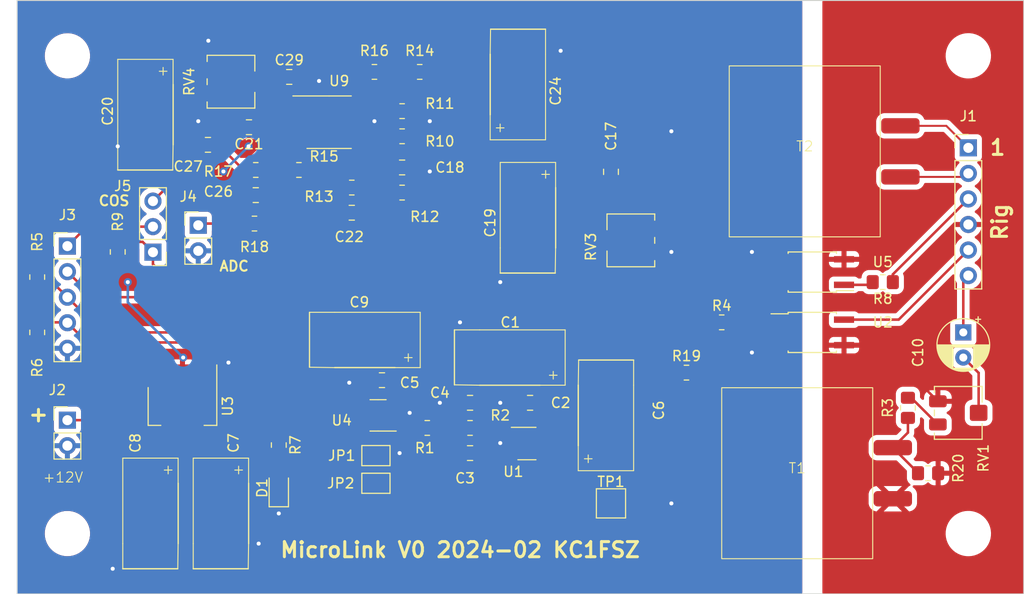
<source format=kicad_pcb>
(kicad_pcb (version 20221018) (generator pcbnew)
  (layers (0 "F.Cu" signal) (31 "B.Cu" signal) (34 "B.Paste" user) (35 "F.Paste" user) (36 "B.SilkS" user "B.Silkscreen") (37 "F.SilkS" user "F.Silkscreen") (38 "B.Mask" user) (39 "F.Mask" user) (44 "Edge.Cuts" user))
  (net 0 "")
  (net 1 "+3.3VA")
  (net 2 "GNDA")
  (net 3 "Net-(C3-Pad1)")
  (net 4 "Net-(U1--)")
  (net 5 "Net-(U1-+)")
  (net 6 "Net-(C6-Pad2)")
  (net 7 "+12V")
  (net 8 "Net-(T1-SA)")
  (net 9 "Net-(C17-Pad1)")
  (net 10 "Net-(U9A-+)")
  (net 11 "Net-(C19-Pad1)")
  (net 12 "Net-(U9A--)")
  (net 13 "Net-(U9C-+)")
  (net 14 "Net-(C24-Pad1)")
  (net 15 "Net-(C26-Pad1)")
  (net 16 "Net-(U9B--)")
  (net 17 "Net-(U9B-+)")
  (net 18 "Net-(U9D--)")
  (net 19 "Net-(D1-A)")
  (net 20 "RIG_GND")
  (net 21 "RIG_AF_IN")
  (net 22 "RIG_PTT")
  (net 23 "RIG_COS")
  (net 24 "IC20_SDA")
  (net 25 "IC20_SCL")
  (net 26 "GPIO_COS")
  (net 27 "GPIO_PTT")
  (net 28 "ADC0")
  (net 29 "Net-(JP1-B)")
  (net 30 "Net-(U4-VOUT)")
  (net 31 "Net-(R3-Pad2)")
  (net 32 "Net-(R4-Pad2)")
  (net 33 "Net-(R8-Pad2)")
  (net 34 "Net-(U9C--)")
  (net 35 "Net-(U9D-+)")
  (net 36 "Net-(T1-AA)")
  (net 37 "Net-(T2-AB)")
  (net 38 "Net-(C10-Pad2)")
  (net 39 "RIG_AF_OUT+")
  (net 40 "RIG_AF_OUT-")
  (net 41 "Net-(J5-Pin_1)")
  (net 42 "Net-(J5-Pin_3)")
  (footprint "Resistor_SMD:R_0805_2012Metric_Pad1.20x1.40mm_HandSolder" (layer "F.Cu") (at 152 81 90)
    (fp_text reference "R6")
    (fp_text value "10k")
  )
  (footprint "Connector_PinHeader_2.54mm:PinHeader_1x02_P2.54mm_Vertical" (layer "F.Cu") (at 168 70.35)
    (fp_text reference "J4")
    (fp_text value "ADC Connector")
  )
  (footprint "Resistor_SMD:R_0805_2012Metric_Pad1.20x1.40mm_HandSolder" (layer "F.Cu") (at 185.5 55.1 180)
    (fp_text reference "R16")
    (fp_text value "22k")
  )
  (footprint "KiCad-Library:CAP_KEMET_530_530" (layer "F.Cu") (at 184.55 81.5 180)
    (fp_text reference "C9")
    (fp_text value "10u")
  )
  (footprint "Capacitor_THT:CP_Radial_D5.0mm_P2.50mm" (layer "F.Cu") (at 244 81 -90)
    (fp_text reference "C10")
    (fp_text value "47u (Optional DC Block)")
  )
  (footprint "Resistor_SMD:R_0805_2012Metric_Pad1.20x1.40mm_HandSolder" (layer "F.Cu") (at 236 76 180)
    (fp_text reference "R8")
    (fp_text value "0R")
  )
  (footprint "Connector_PinHeader_2.54mm:PinHeader_1x06_P2.54mm_Vertical" (layer "F.Cu") (at 244.5 62.65)
    (fp_text reference "J1")
    (fp_text value "Conn_01x06")
  )
  (footprint "Resistor_SMD:R_0805_2012Metric_Pad1.20x1.40mm_HandSolder" (layer "F.Cu") (at 240.5 95)
    (fp_text reference "R20")
    (fp_text value "570")
  )
  (footprint "Resistor_SMD:R_0805_2012Metric_Pad1.20x1.40mm_HandSolder" (layer "F.Cu") (at 152 75.5 -90)
    (fp_text reference "R5")
    (fp_text value "10k")
  )
  (footprint "KiCad-Library:CAP_KEMET_530_530" (layer "F.Cu") (at 208.75 89.25 90)
    (fp_text reference "C6")
    (fp_text value "100u")
  )
  (footprint "TestPoint:TestPoint_Pad_2.5x2.5mm" (layer "F.Cu") (at 209 98)
    (fp_text reference "TP1")
    (fp_text value "AF Out")
  )
  (footprint "Resistor_SMD:R_0805_2012Metric_Pad1.20x1.40mm_HandSolder" (layer "F.Cu") (at 178 64.85)
    (fp_text reference "R15")
    (fp_text value "1.5k")
  )
  (footprint "Resistor_SMD:R_0805_2012Metric_Pad1.20x1.40mm_HandSolder" (layer "F.Cu") (at 190 55.1 180)
    (fp_text reference "R14")
    (fp_text value "2.2k")
  )
  (footprint "Capacitor_SMD:C_0805_2012Metric_Pad1.18x1.45mm_HandSolder" (layer "F.Cu") (at 195 93)
    (fp_text reference "C3")
    (fp_text value "22n")
  )
  (footprint "Resistor_SMD:R_0805_2012Metric_Pad1.20x1.40mm_HandSolder" (layer "F.Cu") (at 188.25 67.1 180)
    (fp_text reference "R12")
    (fp_text value "2.2k")
  )
  (footprint "Capacitor_SMD:C_0805_2012Metric_Pad1.18x1.45mm_HandSolder" (layer "F.Cu") (at 173.0375 60.6 180)
    (fp_text reference "C21")
    (fp_text value "0.1u")
  )
  (footprint "Package_SO:TSSOP-14_4.4x5mm_P0.65mm" (layer "F.Cu") (at 181 60.1)
    (fp_text reference "U9")
    (fp_text value "LMV324")
  )
  (footprint "Capacitor_SMD:C_0805_2012Metric_Pad1.18x1.45mm_HandSolder" (layer "F.Cu") (at 177.0375 55.6)
    (fp_text reference "C29")
    (fp_text value "0.1u")
  )
  (footprint "Resistor_SMD:R_0805_2012Metric_Pad1.20x1.40mm_HandSolder" (layer "F.Cu") (at 190.75 90.5 180)
    (fp_text reference "R1")
    (fp_text value "1.5k")
  )
  (footprint "MountingHole:MountingHole_4mm" (layer "F.Cu") (at 155 53.5)
    (fp_text reference "H3" hide)
    (fp_text value "MountingHole")
  )
  (footprint "Capacitor_SMD:C_0805_2012Metric_Pad1.18x1.45mm_HandSolder" (layer "F.Cu") (at 168.9625 62.35 180)
    (fp_text reference "C27")
    (fp_text value "10n")
  )
  (footprint "Capacitor_SMD:C_0805_2012Metric_Pad1.18x1.45mm_HandSolder" (layer "F.Cu") (at 209 65.0375 90)
    (fp_text reference "C17")
    (fp_text value "1u")
  )
  (footprint "MountingHole:MountingHole_4mm" (layer "F.Cu") (at 244.5 53.5)
    (fp_text reference "H2" hide)
    (fp_text value "MountingHole")
  )
  (footprint "Resistor_SMD:R_0805_2012Metric_Pad1.20x1.40mm_HandSolder" (layer "F.Cu") (at 188.25 61.5 180)
    (fp_text reference "R10")
    (fp_text value "270k")
  )
  (footprint "Connector_PinHeader_2.54mm:PinHeader_1x03_P2.54mm_Vertical" (layer "F.Cu") (at 163.5 73.025 180)
    (fp_text reference "J5")
    (fp_text value "Conn_01x03")
  )
  (footprint "KiCad-Library:CheapAudioTransformer" (layer "F.Cu") (at 227.5 95)
    (fp_text reference "T1")
    (fp_text value "Transformer_1P_1S")
  )
  (footprint "Resistor_SMD:R_0805_2012Metric_Pad1.20x1.40mm_HandSolder" (layer "F.Cu") (at 173.584 70.179 180)
    (fp_text reference "R18")
    (fp_text value "0R")
  )
  (footprint "MountingHole:MountingHole_4mm" (layer "F.Cu") (at 155 101)
    (fp_text reference "H4" hide)
    (fp_text value "MountingHole")
  )
  (footprint "Capacitor_SMD:C_0805_2012Metric_Pad1.18x1.45mm_HandSolder" (layer "F.Cu") (at 186.25 85.75 180)
    (fp_text reference "C5")
    (fp_text value "0.1u")
  )
  (footprint "Package_SO:SO-4_4.4x3.6mm_P2.54mm" (layer "F.Cu") (at 229 81)
    (fp_text reference "U2")
    (fp_text value "LTV-356T")
  )
  (footprint "MountingHole:MountingHole_4mm" (layer "F.Cu") (at 244.5 101)
    (fp_text reference "H1" hide)
    (fp_text value "MountingHole")
  )
  (footprint "Package_TO_SOT_SMD:SOT-23-5_HandSoldering" (layer "F.Cu") (at 200.65 92.05)
    (fp_text reference "U1")
    (fp_text value "LMV321")
  )
  (footprint "Resistor_SMD:R_0805_2012Metric_Pad1.20x1.40mm_HandSolder" (layer "F.Cu") (at 183.25 66.6 180)
    (fp_text reference "R13")
    (fp_text value "2.2k")
  )
  (footprint "LED_SMD:LED_0805_2012Metric_Pad1.15x1.40mm_HandSolder" (layer "F.Cu") (at 176 96.475 90)
    (fp_text reference "D1")
    (fp_text value "LED")
  )
  (footprint "Connector_PinHeader_2.54mm:PinHeader_1x05_P2.54mm_Vertical" (layer "F.Cu") (at 155 72.42)
    (fp_text reference "J3")
    (fp_text value "Digital Connector")
  )
  (footprint "Resistor_SMD:R_0805_2012Metric_Pad1.20x1.40mm_HandSolder" (layer "F.Cu") (at 173.7125 64.85 180)
    (fp_text reference "R17")
    (fp_text value "2.7k")
  )
  (footprint "KiCad-Library:CAP_KEMET_530_530" (layer "F.Cu") (at 162.5 59.35 -90)
    (fp_text reference "C20")
    (fp_text value "100u")
  )
  (footprint "Resistor_SMD:R_0805_2012Metric_Pad1.20x1.40mm_HandSolder" (layer "F.Cu") (at 188.25 59)
    (fp_text reference "R11")
    (fp_text value "270k")
  )
  (footprint "Resistor_SMD:R_0805_2012Metric_Pad1.20x1.40mm_HandSolder" (layer "F.Cu") (at 195 90.5)
    (fp_text reference "R2")
    (fp_text value "2.7k")
  )
  (footprint "Jumper:SolderJumper-2_P1.3mm_Bridged_Pad1.0x1.5mm" (layer "F.Cu") (at 185.65 93.25 180)
    (fp_text reference "JP1")
    (fp_text value "DAC Address Control")
  )
  (footprint "Resistor_SMD:R_0805_2012Metric_Pad1.20x1.40mm_HandSolder" (layer "F.Cu") (at 220 80)
    (fp_text reference "R4")
    (fp_text value "200")
  )
  (footprint "Potentiometer_SMD:Potentiometer_Bourns_3314S_Horizontal" (layer "F.Cu") (at 171.25 56.075 90)
    (fp_text reference "RV4")
    (fp_text value "10k")
  )
  (footprint "KiCad-Library:CAP_KEMET_530_530" (layer "F.Cu") (at 170 99 -90)
    (fp_text reference "C7")
    (fp_text value "10u")
  )
  (footprint "Connector_PinHeader_2.54mm:PinHeader_1x02_P2.54mm_Vertical" (layer "F.Cu") (at 155 89.725)
    (fp_text reference "J2")
    (fp_text value "12V Supply")
  )
  (footprint "Capacitor_SMD:C_0805_2012Metric_Pad1.18x1.45mm_HandSolder" (layer "F.Cu") (at 195 88 180)
    (fp_text reference "C4")
    (fp_text value "10n")
  )
  (footprint "Resistor_SMD:R_0805_2012Metric_Pad1.20x1.40mm_HandSolder" (layer "F.Cu") (at 238.5 88.5 90)
    (fp_text reference "R3")
    (fp_text value "1k")
  )
  (footprint "Resistor_SMD:R_0805_2012Metric_Pad1.20x1.40mm_HandSolder" (layer "F.Cu") (at 216.5 85)
    (fp_text reference "R19")
    (fp_text value "1k")
  )
  (footprint "KiCad-Library:CAP_KEMET_530_530" (layer "F.Cu") (at 200.5 69.6 -90)
    (fp_text reference "C19")
    (fp_text value "47u")
  )
  (footprint "Capacitor_SMD:C_0805_2012Metric_Pad1.18x1.45mm_HandSolder" (layer "F.Cu") (at 173.7125 67.35 180)
    (fp_text reference "C26")
    (fp_text value "22n")
  )
  (footprint "KiCad-Library:CAP_KEMET_530_530" (layer "F.Cu") (at 163 99 -90)
    (fp_text reference "C8")
    (fp_text value "10u")
  )
  (footprint "Potentiometer_SMD:Potentiometer_Bourns_3314S_Horizontal" (layer "F.Cu") (at 210.975 71.85 -90)
    (fp_text reference "RV3")
    (fp_text value "10k")
  )
  (footprint "Package_TO_SOT_SMD:SOT-23-6" (layer "F.Cu") (at 185.8625 89.25 180)
    (fp_text reference "U4")
    (fp_text value "MCP4725xxx-xCH")
  )
  (footprint "KiCad-Library:CAP_KEMET_530_530" (layer "F.Cu") (at 198.95 83.25 180)
    (fp_text reference "C1")
    (fp_text value "100u")
  )
  (footprint "Potentiometer_SMD:Potentiometer_Bourns_3314S_Horizontal" (layer "F.Cu") (at 243.5 89 90)
    (fp_text reference "RV1")
    (fp_text value "10k")
  )
  (footprint "Resistor_SMD:R_0805_2012Metric_Pad1.20x1.40mm_HandSolder" (layer "F.Cu") (at 176 92.2 -90)
    (fp_text reference "R7")
    (fp_text value "220")
  )
  (footprint "Package_TO_SOT_SMD:SOT-223-3_TabPin2" (layer "F.Cu") (at 166.4305 88.334 -90)
    (fp_text reference "U3")
    (fp_text value "NCP1117-3.3_SOT223")
  )
  (footprint "Capacitor_SMD:C_0805_2012Metric_Pad1.18x1.45mm_HandSolder" (layer "F.Cu") (at 188.25 64.6)
    (fp_text reference "C18")
    (fp_text value "0.1u")
  )
  (footprint "Resistor_SMD:R_0805_2012Metric_Pad1.20x1.40mm_HandSolder" (layer "F.Cu") (at 160 73 90)
    (fp_text reference "R9")
    (fp_text value "1k")
  )
  (footprint "Jumper:SolderJumper-2_P1.3mm_Open_Pad1.0x1.5mm" (layer "F.Cu") (at 185.65 96)
    (fp_text reference "JP2")
    (fp_text value "SolderJumper_2_Open")
  )
  (footprint "Capacitor_SMD:C_0805_2012Metric_Pad1.18x1.45mm_HandSolder" (layer "F.Cu") (at 183.25 69.1 180)
    (fp_text reference "C22")
    (fp_text value "NC")
  )
  (footprint "KiCad-Library:CAP_KEMET_530_530" (layer "F.Cu") (at 200 56.35 90)
    (fp_text reference "C24")
    (fp_text value "47u")
  )
  (footprint "KiCad-Library:CheapAudioTransformer" (layer "F.Cu") (at 228.25 63)
    (fp_text reference "T2")
    (fp_text value "Transformer_1P_1S")
  )
  (footprint "Capacitor_SMD:C_0805_2012Metric_Pad1.18x1.45mm_HandSolder" (layer "F.Cu") (at 200.9625 88 180)
    (fp_text reference "C2")
    (fp_text value "0.1u")
  )
  (footprint "Package_SO:SO-4_4.4x3.6mm_P2.54mm" (layer "F.Cu") (at 229 75 180)
    (fp_text reference "U5")
    (fp_text value "LTV-356T")
  )
  (gr_rect (start 150 48) (end 250 107) (stroke (width 0.1)) (fill none) (layer "Edge.Cuts"))
  (gr_text "COS" (at 158 68.5) (layer "F.SilkS") (effects (font (size 1 1) (thickness 0.2) bold) (justify left bottom)))
  (gr_text "+12V" (at 152.5 96) (layer "F.SilkS") (effects (font (size 1 1) (thickness 0.1)) (justify left bottom)))
  (gr_text "MicroLink V0 2024-02 KC1FSZ" (at 176 103.5) (layer "F.SilkS") (effects (font (size 1.5 1.5) (thickness 0.3) bold) (justify left bottom)))
  (gr_text "1" (at 246.5 63.5) (layer "F.SilkS") (effects (font (size 1.5 1.5) (thickness 0.3) bold) (justify left bottom)))
  (gr_text "+" (at 151 90) (layer "F.SilkS") (effects (font (size 1.5 1.5) (thickness 0.3) bold) (justify left bottom)))
  (gr_text "Rig" (at 248.5 72 90) (layer "F.SilkS") (effects (font (size 1.5 1.5) (thickness 0.3) bold) (justify left bottom)))
  (gr_text "ADC" (at 170 75) (layer "F.SilkS") (effects (font (size 1 1) (thickness 0.2) bold) (justify left bottom)))
  (segment (start 166.4305 83.5695) (end 166.5 83.5) (width 0.25) (layer "F.Cu") (net 1))
  (segment (start 174.075 60.6) (end 174.075 61.425) (width 0.25) (layer "F.Cu") (net 1))
  (segment (start 174.575 60.1) (end 174.075 60.6) (width 0.25) (layer "F.Cu") (net 1))
  (segment (start 166.4305 85.184) (end 166.4305 83.5695) (width 0.25) (layer "F.Cu") (net 1))
  (segment (start 187.2875 85.75) (end 187.2875 88.0125) (width 0.25) (layer "F.Cu") (net 1))
  (segment (start 178.1375 60.1) (end 174.575 60.1) (width 0.25) (layer "F.Cu") (net 1))
  (segment (start 187.2875 88.0125) (end 187 88.3) (width 0.25) (layer "F.Cu") (net 1))
  (segment (start 174.075 61.425) (end 173 62.5) (width 0.25) (layer "F.Cu") (net 1))
  (via (at 161 76) (size 0.8) (drill 0.4) (layers "F.Cu" "B.Cu") (net 1))
  (via (at 173 62.5) (size 0.8) (drill 0.4) (layers "F.Cu" "B.Cu") (net 1))
  (via (at 166.5 83.5) (size 0.8) (drill 0.4) (layers "F.Cu" "B.Cu") (net 1))
  (via (at 170.5 65) (size 0.8) (drill 0.4) (layers "F.Cu" "B.Cu") (net 1))
  (segment (start 166.5 83.5) (end 161 78) (width 0.25) (layer "B.Cu") (net 1))
  (segment (start 173 62.5) (end 170.5 65) (width 0.25) (layer "B.Cu") (net 1))
  (segment (start 161 78) (end 161 76) (width 0.25) (layer "B.Cu") (net 1))
  (segment (start 181.55 81.6275) (end 183 83.0775) (width 0.25) (layer "F.Cu") (net 2))
  (segment (start 225.85 82.27) (end 223.73 82.27) (width 0.25) (layer "F.Cu") (net 2))
  (segment (start 199.3 92.05) (end 198.05 92.05) (width 0.25) (layer "F.Cu") (net 2))
  (segment (start 170.1275 102) (end 174 102) (width 0.25) (layer "F.Cu") (net 2))
  (segment (start 168.7305 85.184) (end 169.816 85.184) (width 0.25) (layer "F.Cu") (net 2))
  (segment (start 167.925 60.075) (end 168 60) (width 0.25) (layer "F.Cu") (net 2))
  (segment (start 213 73) (end 215 73) (width 0.25) (layer "F.Cu") (net 2))
  (segment (start 215.54 60.46) (end 215 61) (width 0.25) (layer "F.Cu") (net 2))
  (segment (start 190.6 64.6) (end 191 65) (width 0.25) (layer "F.Cu") (net 2))
  (segment (start 225.85 73.73) (end 223.73 73.73) (width 0.25) (layer "F.Cu") (net 2))
  (segment (start 187.75 93.25) (end 188 93) (width 0.25) (layer "F.Cu") (net 2))
  (segment (start 167.925 62.35) (end 167.925 60.075) (width 0.25) (layer "F.Cu") (net 2))
  (segment (start 187 89.25) (end 188.75 89.25) (width 0.25) (layer "F.Cu") (net 2))
  (segment (start 190 59) (end 191 60) (width 0.25) (layer "F.Cu") (net 2))
  (segment (start 203.65 53.35) (end 204 53) (width 0.25) (layer "F.Cu") (net 2))
  (segment (start 178.075 55.6) (end 179.6 55.6) (width 0.25) (layer "F.Cu") (net 2))
  (segment (start 183 83.0775) (end 183 86) (width 0.25) (layer "F.Cu") (net 2))
  (segment (start 218.75 60.46) (end 215.54 60.46) (width 0.25) (layer "F.Cu") (net 2))
  (segment (start 199.8725 53.35) (end 203.65 53.35) (width 0.25) (layer "F.Cu") (net 2))
  (segment (start 183.25 85.75) (end 183 86) (width 0.25) (layer "F.Cu") (net 2))
  (segment (start 194 81.4275) (end 194 80) (width 0.25) (layer "F.Cu") (net 2))
  (segment (start 172 60.6) (end 168.6 60.6) (width 0.25) (layer "F.Cu") (net 2))
  (segment (start 169.225 54.925) (end 169.225 52.225) (width 0.25) (layer "F.Cu") (net 2))
  (segment (start 169.816 85.184) (end 171 84) (width 0.25) (layer "F.Cu") (net 2))
  (segment (start 215.46 97.54) (end 215 98) (width 0.25) (layer "F.Cu") (net 2))
  (segment (start 199.925 88) (end 198 88) (width 0.25) (layer "F.Cu") (net 2))
  (segment (start 169.225 52.225) (end 169 52) (width 0.25) (layer "F.Cu") (net 2))
  (segment (start 188.75 89.25) (end 189 89) (width 0.25) (layer "F.Cu") (net 2))
  (segment (start 218.5 97.54) (end 215.46 97.54) (width 0.25) (layer "F.Cu") (net 2))
  (segment (start 193.9625 88) (end 192 88) (width 0.25) (layer "F.Cu") (net 2))
  (segment (start 189.25 59) (end 190 59) (width 0.25) (layer "F.Cu") (net 2))
  (segment (start 176 97.5) (end 176 99) (width 0.25) (layer "F.Cu") (net 2))
  (segment (start 160.6275 104.5) (end 159.5 104.5) (width 0.25) (layer "F.Cu") (net 2))
  (segment (start 189.2875 64.6) (end 190.6 64.6) (width 0.25) (layer "F.Cu") (net 2))
  (segment (start 179.6 55.6) (end 180 56) (width 0.25) (layer "F.Cu") (net 2))
  (segment (start 223.73 73.73) (end 223 73) (width 0.25) (layer "F.Cu") (net 2))
  (segment (start 198.05 92.05) (end 198 92) (width 0.25) (layer "F.Cu") (net 2))
  (segment (start 200.6275 72.6) (end 198 75.2275) (width 0.25) (layer "F.Cu") (net 2))
  (segment (start 163.1275 102) (end 160.6275 104.5) (width 0.25) (layer "F.Cu") (net 2))
  (segment (start 185.4 60.1) (end 185.5 60) (width 0.25) (layer "F.Cu") (net 2))
  (segment (start 183.8625 60.1) (end 185.4 60.1) (width 0.25) (layer "F.Cu") (net 2))
  (segment (start 223.73 82.27) (end 223 83) (width 0.25) (layer "F.Cu") (net 2))
  (segment (start 186.3 93.25) (end 187.75 93.25) (width 0.25) (layer "F.Cu") (net 2))
  (segment (start 162.6275 62.35) (end 160.15 62.35) (width 0.25) (layer "F.Cu") (net 2))
  (segment (start 198 75.2275) (end 198 76) (width 0.25) (layer "F.Cu") (net 2))
  (segment (start 160.15 62.35) (end 160 62.5) (width 0.25) (layer "F.Cu") (net 2))
  (segment (start 195.95 83.3775) (end 194 81.4275) (width 0.25) (layer "F.Cu") (net 2))
  (segment (start 168.6 60.6) (end 168 60) (width 0.25) (layer "F.Cu") (net 2))
  (segment (start 185.2125 85.75) (end 183.25 85.75) (width 0.25) (layer "F.Cu") (net 2))
  (via (at 192 88) (size 0.8) (drill 0.4) (layers "F.Cu" "B.Cu") (net 2))
  (via (at 194 80) (size 0.8) (drill 0.4) (layers "F.Cu" "B.Cu") (net 2))
  (via (at 215 98) (size 0.8) (drill 0.4) (layers "F.Cu" "B.Cu") (net 2))
  (via (at 160 62.5) (size 0.8) (drill 0.4) (layers "F.Cu" "B.Cu") (net 2))
  (via (at 215 61) (size 0.8) (drill 0.4) (layers "F.Cu" "B.Cu") (net 2))
  (via (at 204 53) (size 0.8) (drill 0.4) (layers "F.Cu" "B.Cu") (net 2))
  (via (at 183 86) (size 0.8) (drill 0.4) (layers "F.Cu" "B.Cu") (net 2))
  (via (at 191 60) (size 0.8) (drill 0.4) (layers "F.Cu" "B.Cu") (net 2))
  (via (at 198 88) (size 0.8) (drill 0.4) (layers "F.Cu" "B.Cu") (net 2))
  (via (at 215 73) (size 0.8) (drill 0.4) (layers "F.Cu" "B.Cu") (net 2))
  (via (at 174 102) (size 0.8) (drill 0.4) (layers "F.Cu" "B.Cu") (net 2))
  (via (at 180 56) (size 0.8) (drill 0.4) (layers "F.Cu" "B.Cu") (net 2))
  (via (at 176 99) (size 0.8) (drill 0.4) (layers "F.Cu" "B.Cu") (net 2))
  (via (at 188 93) (size 0.8) (drill 0.4) (layers "F.Cu" "B.Cu") (net 2))
  (via (at 159.5 104.5) (size 0.8) (drill 0.4) (layers "F.Cu" "B.Cu") (net 2))
  (via (at 223 83) (size 0.8) (drill 0.4) (layers "F.Cu" "B.Cu") (net 2))
  (via (at 189 89) (size 0.8) (drill 0.4) (layers "F.Cu" "B.Cu") (net 2))
  (via (at 185.5 60) (size 0.8) (drill 0.4) (layers "F.Cu" "B.Cu") (net 2))
  (via (at 198 92) (size 0.8) (drill 0.4) (layers "F.Cu" "B.Cu") (net 2))
  (via (at 171 84) (size 0.8) (drill 0.4) (layers "F.Cu" "B.Cu") (net 2))
  (via (at 223 73) (size 0.8) (drill 0.4) (layers "F.Cu" "B.Cu") (net 2))
  (via (at 168 60) (size 0.8) (drill 0.4) (layers "F.Cu" "B.Cu") (net 2))
  (via (at 191 65) (size 0.8) (drill 0.4) (layers "F.Cu" "B.Cu") (net 2))
  (via (at 169 52) (size 0.8) (drill 0.4) (layers "F.Cu" "B.Cu") (net 2))
  (via (at 198 76) (size 0.8) (drill 0.4) (layers "F.Cu" "B.Cu") (net 2))
  (segment (start 191.75 90.5) (end 194 90.5) (width 0.25) (layer "F.Cu") (net 3))
  (segment (start 193.9625 90.5375) (end 194 90.5) (width 0.25) (layer "F.Cu") (net 3))
  (segment (start 193.9625 93) (end 193.9625 90.5375) (width 0.25) (layer "F.Cu") (net 3))
  (segment (start 196.0375 93) (end 199.3 93) (width 0.25) (layer "F.Cu") (net 4))
  (segment (start 208.6225 97.6225) (end 209 98) (width 0.25) (layer "F.Cu") (net 4))
  (segment (start 199.3 93) (end 202 93) (width 0.25) (layer "F.Cu") (net 4))
  (segment (start 202 93) (end 207.8725 93) (width 0.25) (layer "F.Cu") (net 4))
  (segment (start 208.6225 92.25) (end 208.6225 97.6225) (width 0.25) (layer "F.Cu") (net 4))
  (segment (start 207.8725 93) (end 208.6225 92.25) (width 0.25) (layer "F.Cu") (net 4))
  (segment (start 196.0375 88) (end 196.0375 90.4625) (width 0.25) (layer "F.Cu") (net 5))
  (segment (start 198.7 90.5) (end 199.3 91.1) (width 0.25) (layer "F.Cu") (net 5))
  (segment (start 196.0375 90.4625) (end 196 90.5) (width 0.25) (layer "F.Cu") (net 5))
  (segment (start 196 90.5) (end 198.7 90.5) (width 0.25) (layer "F.Cu") (net 5))
  (segment (start 215.5 85) (end 209.8725 85) (width 0.25) (layer "F.Cu") (net 6))
  (segment (start 209.8725 85) (end 208.6225 86.25) (width 0.25) (layer "F.Cu") (net 6))
  (segment (start 163.1275 91.1275) (end 160.65725 88.65725) (width 0.25) (layer "F.Cu") (net 7))
  (segment (start 164.1305 85.184) (end 160.65725 88.65725) (width 0.25) (layer "F.Cu") (net 7))
  (segment (start 163.1275 96) (end 163.1275 91.1275) (width 0.25) (layer "F.Cu") (net 7))
  (segment (start 159.5895 89.725) (end 155 89.725) (width 0.25) (layer "F.Cu") (net 7))
  (segment (start 160.65725 88.65725) (end 159.5895 89.725) (width 0.25) (layer "F.Cu") (net 7))
  (segment (start 163.9965 85.05) (end 164.1305 85.184) (width 0.25) (layer "F.Cu") (net 7))
  (segment (start 238.5 90.96) (end 238.5 89.5) (width 0.25) (layer "F.Cu") (net 8))
  (segment (start 237 92.46) (end 239.5 94.96) (width 0.25) (layer "F.Cu") (net 8))
  (segment (start 237 92.46) (end 238.5 90.96) (width 0.25) (layer "F.Cu") (net 8))
  (segment (start 239.5 94.96) (end 239.5 95) (width 0.25) (layer "F.Cu") (net 8))
  (segment (start 209 66.075) (end 209 71.8) (width 0.25) (layer "F.Cu") (net 9))
  (segment (start 209 71.8) (end 208.95 71.85) (width 0.25) (layer "F.Cu") (net 9))
  (segment (start 183.8625 58.15) (end 180.128812 58.15) (width 0.25) (layer "F.Cu") (net 10))
  (segment (start 178.828812 59.45) (end 178.1375 59.45) (width 0.25) (layer "F.Cu") (net 10))
  (segment (start 180.128812 58.15) (end 178.828812 59.45) (width 0.25) (layer "F.Cu") (net 10))
  (segment (start 183.8625 58.15) (end 184.5 57.5125) (width 0.25) (layer "F.Cu") (net 10))
  (segment (start 184.5 57.5125) (end 184.5 55.1) (width 0.25) (layer "F.Cu") (net 10))
  (segment (start 189.25 67.1) (end 200.1275 67.1) (width 0.25) (layer "F.Cu") (net 11))
  (segment (start 200.1275 67.1) (end 200.6275 66.6) (width 0.25) (layer "F.Cu") (net 11))
  (segment (start 175.525 56.075) (end 176 55.6) (width 0.25) (layer "F.Cu") (net 12))
  (segment (start 179 57) (end 177.4 57) (width 0.25) (layer "F.Cu") (net 12))
  (segment (start 178.842416 58.8) (end 179.2 58.442416) (width 0.25) (layer "F.Cu") (net 12))
  (segment (start 179.2 57.2) (end 179 57) (width 0.25) (layer "F.Cu") (net 12))
  (segment (start 179.2 58.442416) (end 179.2 57.2) (width 0.25) (layer "F.Cu") (net 12))
  (segment (start 177.4 57) (end 176 55.6) (width 0.25) (layer "F.Cu") (net 12))
  (segment (start 173.275 56.075) (end 175.525 56.075) (width 0.25) (layer "F.Cu") (net 12))
  (segment (start 178.1375 58.8) (end 178.842416 58.8) (width 0.25) (layer "F.Cu") (net 12))
  (segment (start 209 64) (end 208.55 63.55) (width 0.25) (layer "F.Cu") (net 13))
  (segment (start 187.25 64.5625) (end 187.2125 64.6) (width 0.25) (layer "F.Cu") (net 13))
  (segment (start 198.074874 65.725) (end 199.799874 64) (width 0.25) (layer "F.Cu") (net 13))
  (segment (start 186.5 60.75) (end 187.25 61.5) (width 0.25) (layer "F.Cu") (net 13))
  (segment (start 183.8625 60.75) (end 186.5 60.75) (width 0.25) (layer "F.Cu") (net 13))
  (segment (start 199.799874 64) (end 209 64) (width 0.25) (layer "F.Cu") (net 13))
  (segment (start 187.25 59) (end 187.25 61.5) (width 0.25) (layer "F.Cu") (net 13))
  (segment (start 188.3375 65.725) (end 187.2125 64.6) (width 0.25) (layer "F.Cu") (net 13))
  (segment (start 187.25 61.5) (end 187.25 64.5625) (width 0.25) (layer "F.Cu") (net 13))
  (segment (start 188.3375 65.725) (end 198.074874 65.725) (width 0.25) (layer "F.Cu") (net 13))
  (segment (start 191 55.1) (end 195.6225 55.1) (width 0.25) (layer "F.Cu") (net 14))
  (segment (start 195.6225 55.1) (end 199.8725 59.35) (width 0.25) (layer "F.Cu") (net 14))
  (segment (start 174.7125 64.85) (end 174.7125 67.3125) (width 0.25) (layer "F.Cu") (net 15))
  (segment (start 177 64.85) (end 174.7125 64.85) (width 0.25) (layer "F.Cu") (net 15))
  (segment (start 174.7125 67.3125) (end 174.75 67.35) (width 0.25) (layer "F.Cu") (net 15))
  (segment (start 178.1375 62.05) (end 177.9375 62.25) (width 0.25) (layer "F.Cu") (net 16))
  (segment (start 177.9375 66.8255) (end 174.584 70.179) (width 0.25) (layer "F.Cu") (net 16))
  (segment (start 177.9375 62.25) (end 177.9375 66.8255) (width 0.25) (layer "F.Cu") (net 16))
  (segment (start 174.584 70.179) (end 174.584 69.259) (width 0.25) (layer "F.Cu") (net 16))
  (segment (start 178.1375 61.4) (end 178.1375 62.05) (width 0.25) (layer "F.Cu") (net 16))
  (segment (start 174.584 69.259) (end 172.675 67.35) (width 0.25) (layer "F.Cu") (net 16))
  (segment (start 172.5 64.85) (end 170 62.35) (width 0.25) (layer "F.Cu") (net 17))
  (segment (start 175.883688 61.678812) (end 176.346189 61.678812) (width 0.25) (layer "F.Cu") (net 17))
  (segment (start 172.7125 64.85) (end 175.883688 61.678812) (width 0.25) (layer "F.Cu") (net 17))
  (segment (start 177.275001 60.75) (end 178.1375 60.75) (width 0.25) (layer "F.Cu") (net 17))
  (segment (start 172.7125 64.85) (end 172.5 64.85) (width 0.25) (layer "F.Cu") (net 17))
  (segment (start 176.346189 61.678812) (end 177.275001 60.75) (width 0.25) (layer "F.Cu") (net 17))
  (segment (start 186.5 57.1) (end 186.5 55.1) (width 0.25) (layer "F.Cu") (net 18))
  (segment (start 183.8625 58.8) (end 184.8 58.8) (width 0.25) (layer "F.Cu") (net 18))
  (segment (start 186.5 55.1) (end 189 55.1) (width 0.25) (layer "F.Cu") (net 18))
  (segment (start 184.8 58.8) (end 186.5 57.1) (width 0.25) (layer "F.Cu") (net 18))
  (segment (start 176 93.2) (end 176 95.45) (width 0.25) (layer "F.Cu") (net 19))
  (segment (start 232.15 82.27) (end 235.895 82.27) (width 0.25) (layer "F.Cu") (net 20))
  (segment (start 235.895 82.27) (end 241.475 87.85) (width 0.25) (layer "F.Cu") (net 20))
  (segment (start 244 75.85) (end 244.5 75.35) (width 0.25) (layer "F.Cu") (net 21))
  (segment (start 244 81) (end 244 75.85) (width 0.25) (layer "F.Cu") (net 21))
  (segment (start 237.58 79.73) (end 244.5 72.81) (width 0.25) (layer "F.Cu") (net 22))
  (segment (start 232.15 79.73) (end 237.58 79.73) (width 0.25) (layer "F.Cu") (net 22))
  (segment (start 237 76) (end 237 75.23) (width 0.25) (layer "F.Cu") (net 23))
  (segment (start 237 75.23) (end 244.5 67.73) (width 0.25) (layer "F.Cu") (net 23))
  (segment (start 158.5 81) (end 169 81) (width 0.25) (layer "F.Cu") (net 24))
  (segment (start 152 76.5) (end 154 76.5) (width 0.25) (layer "F.Cu") (net 24))
  (segment (start 185 88) (end 183.974695 88) (width 0.25) (layer "F.Cu") (net 24))
  (segment (start 173.5 81) (end 169 81) (width 0.25) (layer "F.Cu") (net 24))
  (segment (start 154 76.5) (end 155 77.5) (width 0.25) (layer "F.Cu") (net 24))
  (segment (start 155 77.5) (end 158.5 81) (width 0.25) (layer "F.Cu") (net 24))
  (segment (start 176.974695 81) (end 173.5 81) (width 0.25) (layer "F.Cu") (net 24))
  (segment (start 183.974695 88) (end 176.974695 81) (width 0.25) (layer "F.Cu") (net 24))
  (segment (start 155 80.04) (end 156.96 82) (width 0.25) (layer "F.Cu") (net 25))
  (segment (start 156.96 82) (end 176.812501 82) (width 0.25) (layer "F.Cu") (net 25))
  (segment (start 152 80) (end 154.96 80) (width 0.25) (layer "F.Cu") (net 25))
  (segment (start 176.812501 82) (end 184.062501 89.25) (width 0.25) (layer "F.Cu") (net 25))
  (segment (start 154.96 80) (end 155 80.04) (width 0.25) (layer "F.Cu") (net 25))
  (segment (start 184.062501 89.25) (end 184.725 89.25) (width 0.25) (layer "F.Cu") (net 25))
  (segment (start 156.935 70.485) (end 163.5 70.485) (width 0.25) (layer "F.Cu") (net 26))
  (segment (start 155 72.42) (end 156.935 70.485) (width 0.25) (layer "F.Cu") (net 26))
  (segment (start 155 74.96) (end 157.54 77.5) (width 0.25) (layer "F.Cu") (net 27))
  (segment (start 218 80) (end 215.5 77.5) (width 0.25) (layer "F.Cu") (net 27))
  (segment (start 157.54 77.5) (end 215.5 77.5) (width 0.25) (layer "F.Cu") (net 27))
  (segment (start 219 80) (end 218 80) (width 0.25) (layer "F.Cu") (net 27))
  (segment (start 172.584 70.179) (end 168.171 70.179) (width 0.25) (layer "F.Cu") (net 28))
  (segment (start 168.171 70.179) (end 168 70.35) (width 0.25) (layer "F.Cu") (net 28))
  (segment (start 184.725 92.975) (end 185 93.25) (width 0.25) (layer "F.Cu") (net 29))
  (segment (start 185 93.25) (end 185 96) (width 0.25) (layer "F.Cu") (net 29))
  (segment (start 184.725 90.2) (end 184.725 92.975) (width 0.25) (layer "F.Cu") (net 29))
  (segment (start 187 90.2) (end 189.45 90.2) (width 0.25) (layer "F.Cu") (net 30))
  (segment (start 189.45 90.2) (end 189.75 90.5) (width 0.25) (layer "F.Cu") (net 30))
  (segment (start 238.825 87.5) (end 241.475 90.15) (width 0.25) (layer "F.Cu") (net 31))
  (segment (start 238.5 87.5) (end 238.825 87.5) (width 0.25) (layer "F.Cu") (net 31))
  (segment (start 225.58 80) (end 225.85 79.73) (width 0.25) (layer "F.Cu") (net 32))
  (segment (start 221 80) (end 225.58 80) (width 0.25) (layer "F.Cu") (net 32))
  (segment (start 232.15 76.27) (end 234.73 76.27) (width 0.25) (layer "F.Cu") (net 33))
  (segment (start 234.73 76.27) (end 235 76) (width 0.25) (layer "F.Cu") (net 33))
  (segment (start 184.75 67.1) (end 184.25 66.6) (width 0.25) (layer "F.Cu") (net 34))
  (segment (start 185 64) (end 185 61.800001) (width 0.25) (layer "F.Cu") (net 34))
  (segment (start 185 61.800001) (end 184.599999 61.4) (width 0.25) (layer "F.Cu") (net 34))
  (segment (start 184.25 66.6) (end 184.25 64.75) (width 0.25) (layer "F.Cu") (net 34))
  (segment (start 187.25 67.1) (end 184.75 67.1) (width 0.25) (layer "F.Cu") (net 34))
  (segment (start 184.2875 69.1) (end 184.2875 66.6375) (width 0.25) (layer "F.Cu") (net 34))
  (segment (start 184.2875 66.6375) (end 184.25 66.6) (width 0.25) (layer "F.Cu") (net 34))
  (segment (start 184.599999 61.4) (end 183.8625 61.4) (width 0.25) (layer "F.Cu") (net 34))
  (segment (start 184.25 64.75) (end 185 64) (width 0.25) (layer "F.Cu") (net 34))
  (segment (start 182.8 61.724999) (end 182.8 59.775001) (width 0.25) (layer "F.Cu") (net 35))
  (segment (start 182.25 63.6625) (end 181.0625 64.85) (width 0.25) (layer "F.Cu") (net 35))
  (segment (start 183.125001 59.45) (end 183.8625 59.45) (width 0.25) (layer "F.Cu") (net 35))
  (segment (start 182.8 59.775001) (end 183.125001 59.45) (width 0.25) (layer "F.Cu") (net 35))
  (segment (start 182.25 63.6625) (end 182.25 66.6) (width 0.25) (layer "F.Cu") (net 35))
  (segment (start 183.125001 62.05) (end 182.8 61.724999) (width 0.25) (layer "F.Cu") (net 35))
  (segment (start 181.0625 64.85) (end 179 64.85) (width 0.25) (layer "F.Cu") (net 35))
  (segment (start 183.8625 62.05) (end 183.125001 62.05) (width 0.25) (layer "F.Cu") (net 35))
  (segment (start 182.2125 69.1) (end 182.2125 66.6375) (width 0.25) (layer "F.Cu") (net 35))
  (segment (start 183.8625 62.05) (end 182.25 63.6625) (width 0.25) (layer "F.Cu") (net 35))
  (segment (start 182.2125 66.6375) (end 182.25 66.6) (width 0.25) (layer "F.Cu") (net 35))
  (segment (start 217.5 91.46) (end 218.5 92.46) (width 0.25) (layer "F.Cu") (net 36))
  (segment (start 217.5 85) (end 217.5 91.46) (width 0.25) (layer "F.Cu") (net 36))
  (segment (start 218.16 65.54) (end 218.75 65.54) (width 0.25) (layer "F.Cu") (net 37))
  (segment (start 213 70.7) (end 218.16 65.54) (width 0.25) (layer "F.Cu") (net 37))
  (segment (start 245.525 85.025) (end 244 83.5) (width 0.25) (layer "F.Cu") (net 38))
  (segment (start 245.525 89) (end 245.525 85.025) (width 0.25) (layer "F.Cu") (net 38))
  (segment (start 242.31 60.46) (end 244.5 62.65) (width 0.2) (layer "F.Cu") (net 39))
  (segment (start 237.75 60.46) (end 242.31 60.46) (width 0.2) (layer "F.Cu") (net 39))
  (segment (start 244.15 65.54) (end 244.5 65.19) (width 0.2) (layer "F.Cu") (net 40))
  (segment (start 237.75 65.54) (end 244.15 65.54) (width 0.2) (layer "F.Cu") (net 40))
  (segment (start 163.5 73.025) (end 163.5 74.225) (width 0.25) (layer "F.Cu") (net 41))
  (segment (start 162.475 72) (end 163.5 73.025) (width 0.25) (layer "F.Cu") (net 41))
  (segment (start 166 76.725) (end 225.395 76.725) (width 0.25) (layer "F.Cu") (net 41))
  (segment (start 225.395 76.725) (end 225.85 76.27) (width 0.25) (layer "F.Cu") (net 41))
  (segment (start 160 72) (end 162.475 72) (width 0.25) (layer "F.Cu") (net 41))
  (segment (start 163.5 74.225) (end 166 76.725) (width 0.25) (layer "F.Cu") (net 41))
  (segment (start 171 56.093426) (end 171 51) (width 0.25) (layer "F.Cu") (net 42))
  (segment (start 173.056574 58.15) (end 171 56.093426) (width 0.25) (layer "F.Cu") (net 42))
  (segment (start 166.5 64.945) (end 166.5 51) (width 0.25) (layer "F.Cu") (net 42))
  (segment (start 166.5 51) (end 171 51) (width 0.25) (layer "F.Cu") (net 42))
  (segment (start 163.5 67.945) (end 166.5 64.945) (width 0.25) (layer "F.Cu") (net 42))
  (segment (start 178.1375 58.15) (end 173.056574 58.15) (width 0.25) (layer "F.Cu") (net 42))
  (zone (net 1) (net_name "+3.3VA") (layer "F.Cu") (priority 1) (connect_pads (clearance 0.5)) (min_thickness 0.25) (fill yes (thermal_gap 0.5) (thermal_bridge_width 0.5))
    (polygon (pts (xy 150 48) (xy 228 48) (xy 228 107) (xy 150 107)))
  )
  (zone (net 20) (net_name "RIG_GND") (layer "F.Cu") (priority 2) (connect_pads (clearance 0.5)) (min_thickness 0.25) (fill yes (thermal_gap 0.5) (thermal_bridge_width 0.5))
    (polygon (pts (xy 230 48) (xy 250 48) (xy 250 107) (xy 230 107)))
  )
  (zone (net 2) (net_name "GNDA") (layer "B.Cu") (connect_pads (clearance 0.5)) (min_thickness 0.25) (fill yes (thermal_gap 0.5) (thermal_bridge_width 0.5))
    (polygon (pts (xy 150 48) (xy 228 48) (xy 228 107) (xy 150 107)))
  )
)
</source>
